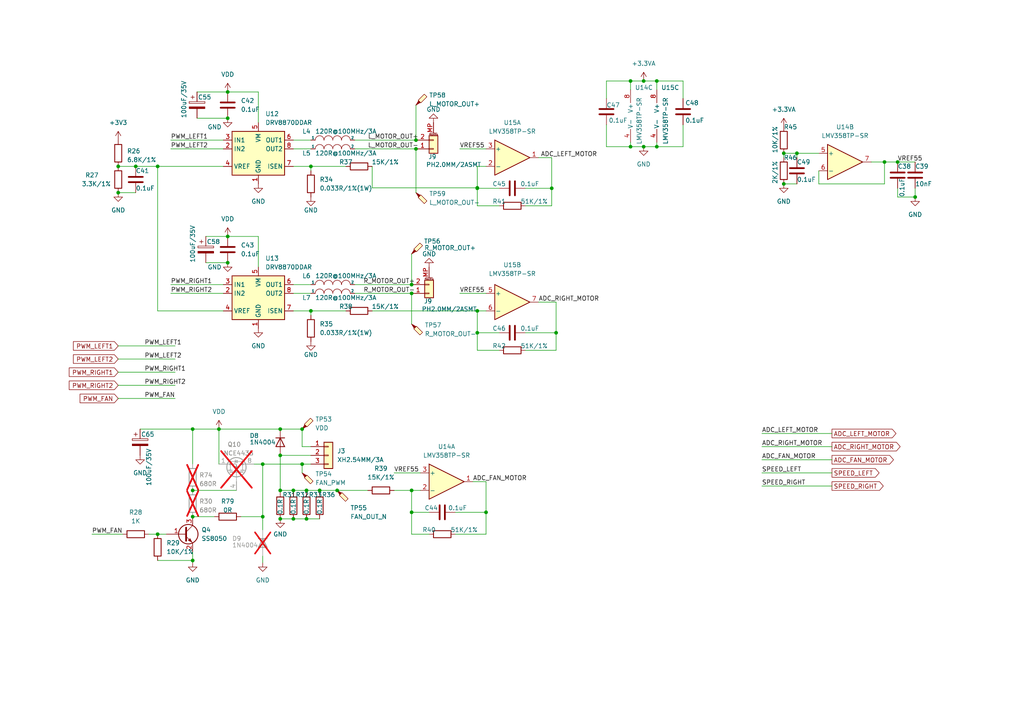
<source format=kicad_sch>
(kicad_sch (version 20230121) (generator eeschema)
  (paper "A4")
  (lib_symbols
    (symbol "Amplifier_Operational:MCP6002-xSN" (pin_names (offset 0.127))
      (property "Reference" "U" (at 0 5.08 0))
      (property "Value" "MCP6002-xSN" (at 0 -5.08 0))
      (symbol "MCP6002-xSN_1_1"
        (polyline (pts (xy -5.08 5.08) (xy 5.08 0) (xy -5.08 -5.08) (xy -5.08 5.08)) (stroke (width 0.254)) (fill (type background)))
        (pin output line (at 7.62 0 180) (length 2.54) (name "~") (number "1"))
        (pin input line (at -7.62 -2.54 0) (length 2.54) (name "-") (number "2"))
        (pin input line (at -7.62 2.54 0) (length 2.54) (name "+") (number "3"))
      )
      (symbol "MCP6002-xSN_2_1"
        (polyline (pts (xy -5.08 5.08) (xy 5.08 0) (xy -5.08 -5.08) (xy -5.08 5.08)) (stroke (width 0.254)) (fill (type background)))
        (pin input line (at -7.62 2.54 0) (length 2.54) (name "+") (number "5"))
        (pin input line (at -7.62 -2.54 0) (length 2.54) (name "-") (number "6"))
        (pin output line (at 7.62 0 180) (length 2.54) (name "~") (number "7"))
      )
      (symbol "MCP6002-xSN_3_1"
        (pin power_in line (at -2.54 -7.62 90) (length 3.81) (name "V-") (number "4"))
        (pin power_in line (at -2.54 7.62 270) (length 3.81) (name "V+") (number "8"))
      )
    )
    (symbol "Connector:TestPoint_Probe" (pin_numbers hide) (pin_names (offset 0.762) hide)
      (property "Reference" "TP" (at 1.651 5.842 0))
      (property "Value" "TestPoint_Probe" (at 1.651 4.064 0))
      (symbol "TestPoint_Probe_0_1"
        (polyline (pts (xy 1.27 0.762) (xy 0 0) (xy 0.762 1.27) (xy 1.27 0.762)) (fill (type outline)))
        (polyline (pts (xy 1.397 0.635) (xy 0.635 1.397) (xy 2.413 3.175) (xy 3.175 2.413) (xy 1.397 0.635)) (fill (type background)))
      )
      (symbol "TestPoint_Probe_1_1"
        (pin passive line (at 0 0 90) (length 0) (name "1") (number "1"))
      )
    )
    (symbol "Connector_Generic:Conn_01x03" (pin_names (offset 1.016) hide)
      (property "Reference" "J" (at 0 5.08 0))
      (property "Value" "Conn_01x03" (at 0 -5.08 0))
      (symbol "Conn_01x03_1_1"
        (rectangle (start -1.27 -2.413) (end 0 -2.667) (stroke (width 0.1524)))
        (rectangle (start -1.27 0.127) (end 0 -0.127) (stroke (width 0.1524)))
        (rectangle (start -1.27 2.667) (end 0 2.413) (stroke (width 0.1524)))
        (rectangle (start -1.27 3.81) (end 1.27 -3.81) (stroke (width 0.254)) (fill (type background)))
        (pin passive line (at -5.08 2.54 0) (length 3.81) (name "Pin_1") (number "1"))
        (pin passive line (at -5.08 0 0) (length 3.81) (name "Pin_2") (number "2"))
        (pin passive line (at -5.08 -2.54 0) (length 3.81) (name "Pin_3") (number "3"))
      )
    )
    (symbol "Connector_Generic_MountingPin:Conn_01x02_MountingPin" (pin_names (offset 1.016) hide)
      (property "Reference" "J" (at 0 2.54 0))
      (property "Value" "Conn_01x02_MountingPin" (at 1.27 -5.08 0))
      (symbol "Conn_01x02_MountingPin_1_1"
        (rectangle (start -1.27 -2.413) (end 0 -2.667) (stroke (width 0.1524)))
        (rectangle (start -1.27 0.127) (end 0 -0.127) (stroke (width 0.1524)))
        (rectangle (start -1.27 1.27) (end 1.27 -3.81) (stroke (width 0.254)) (fill (type background)))
        (polyline (pts (xy -1.016 -4.572) (xy 1.016 -4.572)) (stroke (width 0.1524)))
        (text "Mounting" (at 0 -4.191 0) (effects (font (size 0.381 0.381))))
        (pin passive line (at -5.08 0 0) (length 3.81) (name "Pin_1") (number "1"))
        (pin passive line (at -5.08 -2.54 0) (length 3.81) (name "Pin_2") (number "2"))
        (pin passive line (at 0 -7.62 90) (length 3.048) (name "MountPin") (number "MP"))
      )
    )
    (symbol "Device:C" (pin_numbers hide) (pin_names (offset 0.254))
      (property "Reference" "C" (at 0.635 2.54 0))
      (property "Value" "C" (at 0.635 -2.54 0))
      (symbol "C_0_1"
        (polyline (pts (xy -2.032 -0.762) (xy 2.032 -0.762)) (stroke (width 0.508)))
        (polyline (pts (xy -2.032 0.762) (xy 2.032 0.762)) (stroke (width 0.508)))
      )
      (symbol "C_1_1"
        (pin passive line (at 0 3.81 270) (length 2.794) (name "~") (number "1"))
        (pin passive line (at 0 -3.81 90) (length 2.794) (name "~") (number "2"))
      )
    )
    (symbol "Device:C_Polarized" (pin_numbers hide) (pin_names (offset 0.254))
      (property "Reference" "C" (at 0.635 2.54 0))
      (property "Value" "C_Polarized" (at 0.635 -2.54 0))
      (symbol "C_Polarized_0_1"
        (rectangle (start -2.286 0.508) (end 2.286 1.016))
        (polyline (pts (xy -1.778 2.286) (xy -0.762 2.286)))
        (polyline (pts (xy -1.27 2.794) (xy -1.27 1.778)))
        (rectangle (start 2.286 -0.508) (end -2.286 -1.016) (fill (type outline)))
      )
      (symbol "C_Polarized_1_1"
        (pin passive line (at 0 3.81 270) (length 2.794) (name "~") (number "1"))
        (pin passive line (at 0 -3.81 90) (length 2.794) (name "~") (number "2"))
      )
    )
    (symbol "Device:D" (pin_numbers hide) (pin_names (offset 1.016) hide)
      (property "Reference" "D" (at 0 2.54 0))
      (property "Value" "D" (at 0 -2.54 0))
      (symbol "D_0_1"
        (polyline (pts (xy -1.27 1.27) (xy -1.27 -1.27)) (stroke (width 0.254)))
        (polyline (pts (xy 1.27 0) (xy -1.27 0)))
        (polyline (pts (xy 1.27 1.27) (xy 1.27 -1.27) (xy -1.27 0) (xy 1.27 1.27)) (stroke (width 0.254)))
      )
      (symbol "D_1_1"
        (pin passive line (at -3.81 0 0) (length 2.54) (name "K") (number "1"))
        (pin passive line (at 3.81 0 180) (length 2.54) (name "A") (number "2"))
      )
    )
    (symbol "Device:Q_NPN_BEC" (pin_names (offset 0) hide)
      (property "Reference" "Q" (at 5.08 1.27 0))
      (property "Value" "Q_NPN_BEC" (at 5.08 -1.27 0))
      (symbol "Q_NPN_BEC_0_1"
        (polyline (pts (xy 0.635 0.635) (xy 2.54 2.54)))
        (polyline (pts (xy 0.635 -0.635) (xy 2.54 -2.54) (xy 2.54 -2.54)))
        (polyline (pts (xy 0.635 1.905) (xy 0.635 -1.905) (xy 0.635 -1.905)) (stroke (width 0.508)))
        (polyline (pts (xy 1.27 -1.778) (xy 1.778 -1.27) (xy 2.286 -2.286) (xy 1.27 -1.778) (xy 1.27 -1.778)) (fill (type outline)))
        (circle (center 1.27 0) (radius 2.8194) (stroke (width 0.254)))
      )
      (symbol "Q_NPN_BEC_1_1"
        (pin input line (at -5.08 0 0) (length 5.715) (name "B") (number "1"))
        (pin passive line (at 2.54 -5.08 90) (length 2.54) (name "E") (number "2"))
        (pin passive line (at 2.54 5.08 270) (length 2.54) (name "C") (number "3"))
      )
    )
    (symbol "Device:R" (pin_numbers hide) (pin_names (offset 0))
      (property "Reference" "R" (at 2.032 0 90))
      (property "Value" "R" (at 0 0 90))
      (symbol "R_0_1"
        (rectangle (start -1.016 -2.54) (end 1.016 2.54) (stroke (width 0.254)))
      )
      (symbol "R_1_1"
        (pin passive line (at 0 3.81 270) (length 1.27) (name "~") (number "1"))
        (pin passive line (at 0 -3.81 90) (length 1.27) (name "~") (number "2"))
      )
    )
    (symbol "Driver_Motor:DRV8870DDA"
      (property "Reference" "U" (at -6.35 6.35 0))
      (property "Value" "DRV8870DDA" (at 8.89 6.35 0))
      (symbol "DRV8870DDA_0_1"
        (rectangle (start -7.62 5.08) (end 7.62 -7.62) (stroke (width 0.254)) (fill (type background)))
      )
      (symbol "DRV8870DDA_1_1"
        (pin power_in line (at 0 -10.16 90) (length 2.54) (name "GND") (number "1"))
        (pin input line (at -10.16 0 0) (length 2.54) (name "IN2") (number "2"))
        (pin input line (at -10.16 2.54 0) (length 2.54) (name "IN1") (number "3"))
        (pin input line (at -10.16 -5.08 0) (length 2.54) (name "VREF") (number "4"))
        (pin power_in line (at 0 7.62 270) (length 2.54) (name "VM") (number "5"))
        (pin output line (at 10.16 2.54 180) (length 2.54) (name "OUT1") (number "6"))
        (pin passive line (at 10.16 -5.08 180) (length 2.54) (name "ISEN") (number "7"))
        (pin output line (at 10.16 0 180) (length 2.54) (name "OUT2") (number "8"))
        (pin passive line (at 0 -10.16 90) (length 2.54) hide (name "GND") (number "9"))
      )
    )
    (symbol "GND_1" (power) (pin_names (offset 0))
      (property "Value" "GND_1" (at 0 -3.81 0))
      (symbol "GND_1_0_1"
        (polyline (pts (xy 0 0) (xy 0 -1.27) (xy 1.27 -1.27) (xy 0 -2.54) (xy -1.27 -1.27) (xy 0 -1.27)))
      )
      (symbol "GND_1_1_1"
        (pin power_in line (at 0 0 270) (length 0) hide (name "GND") (number "1"))
      )
    )
    (symbol "Transistor_FET:FDS9435A" (pin_names hide)
      (property "Reference" "Q" (at 5.08 1.905 0))
      (property "Value" "FDS9435A" (at 5.08 0 0))
      (symbol "FDS9435A_0_1"
        (polyline (pts (xy 0.254 0) (xy -2.54 0)))
        (polyline (pts (xy 0.254 1.905) (xy 0.254 -1.905)) (stroke (width 0.254)))
        (polyline (pts (xy 0.762 -1.27) (xy 0.762 -2.286)) (stroke (width 0.254)))
        (polyline (pts (xy 0.762 0.508) (xy 0.762 -0.508)) (stroke (width 0.254)))
        (polyline (pts (xy 0.762 2.286) (xy 0.762 1.27)) (stroke (width 0.254)))
        (polyline (pts (xy 2.54 2.54) (xy 2.54 1.778)))
        (polyline (pts (xy 2.54 -2.54) (xy 2.54 0) (xy 0.762 0)))
        (polyline (pts (xy 0.762 1.778) (xy 3.302 1.778) (xy 3.302 -1.778) (xy 0.762 -1.778)))
        (polyline (pts (xy 2.286 0) (xy 1.27 0.381) (xy 1.27 -0.381) (xy 2.286 0)) (fill (type outline)))
        (polyline (pts (xy 2.794 -0.508) (xy 2.921 -0.381) (xy 3.683 -0.381) (xy 3.81 -0.254)))
        (polyline (pts (xy 3.302 -0.381) (xy 2.921 0.254) (xy 3.683 0.254) (xy 3.302 -0.381)))
        (circle (center 1.651 0) (radius 2.794) (stroke (width 0.254)))
        (circle (center 2.54 -1.778) (radius 0.254) (fill (type outline)))
        (circle (center 2.54 1.778) (radius 0.254) (fill (type outline)))
      )
      (symbol "FDS9435A_1_1"
        (pin passive line (at 2.54 -5.08 90) (length 2.54) (name "S") (number "1"))
        (pin passive line (at 2.54 -5.08 90) (length 2.54) hide (name "S") (number "2"))
        (pin passive line (at 2.54 -5.08 90) (length 2.54) hide (name "S") (number "3"))
        (pin passive line (at -5.08 0 0) (length 2.54) (name "G") (number "4"))
        (pin passive line (at 2.54 5.08 270) (length 2.54) hide (name "D") (number "5"))
        (pin passive line (at 2.54 5.08 270) (length 2.54) hide (name "D") (number "6"))
        (pin passive line (at 2.54 5.08 270) (length 2.54) hide (name "D") (number "7"))
        (pin passive line (at 2.54 5.08 270) (length 2.54) (name "D") (number "8"))
      )
    )
    (symbol "power:+3.3VA" (power) (pin_names (offset 0))
      (property "Value" "+3.3VA" (at 0 3.556 0))
      (symbol "+3.3VA_0_1"
        (polyline (pts (xy -0.762 1.27) (xy 0 2.54)))
        (polyline (pts (xy 0 0) (xy 0 2.54)))
        (polyline (pts (xy 0 2.54) (xy 0.762 1.27)))
      )
      (symbol "+3.3VA_1_1"
        (pin power_in line (at 0 0 90) (length 0) hide (name "+3.3VA") (number "1"))
      )
    )
    (symbol "power:+3V3" (power) (pin_names (offset 0))
      (property "Value" "+3V3" (at 0 3.556 0))
      (symbol "+3V3_0_1"
        (polyline (pts (xy -0.762 1.27) (xy 0 2.54)))
        (polyline (pts (xy 0 0) (xy 0 2.54)))
        (polyline (pts (xy 0 2.54) (xy 0.762 1.27)))
      )
      (symbol "+3V3_1_1"
        (pin power_in line (at 0 0 90) (length 0) hide (name "+3V3") (number "1"))
      )
    )
    (symbol "power:GND" (power) (pin_names (offset 0))
      (property "Value" "GND" (at 0 -3.81 0))
      (symbol "GND_0_1"
        (polyline (pts (xy 0 0) (xy 0 -1.27) (xy 1.27 -1.27) (xy 0 -2.54) (xy -1.27 -1.27) (xy 0 -1.27)))
      )
      (symbol "GND_1_1"
        (pin power_in line (at 0 0 270) (length 0) hide (name "GND") (number "1"))
      )
    )
    (symbol "power:VDD" (power) (pin_names (offset 0))
      (property "Value" "VDD" (at 0 3.81 0))
      (symbol "VDD_0_1"
        (polyline (pts (xy -0.762 1.27) (xy 0 2.54)))
        (polyline (pts (xy 0 0) (xy 0 2.54)))
        (polyline (pts (xy 0 2.54) (xy 0.762 1.27)))
      )
      (symbol "VDD_1_1"
        (pin power_in line (at 0 0 90) (length 0) hide (name "VDD") (number "1"))
      )
    )
    (symbol "pspice:INDUCTOR" (pin_numbers hide) (pin_names (offset 0))
      (property "Reference" "L" (at 0 2.54 0))
      (property "Value" "INDUCTOR" (at 0 -1.27 0))
      (symbol "INDUCTOR_0_1"
        (arc (start -2.54 0) (mid -3.81 1.2645) (end -5.08 0))
        (arc (start 0 0) (mid -1.27 1.2645) (end -2.54 0))
        (arc (start 2.54 0) (mid 1.27 1.2645) (end 0 0))
        (arc (start 5.08 0) (mid 3.81 1.2645) (end 2.54 0))
      )
      (symbol "INDUCTOR_1_1"
        (pin input line (at -6.35 0 0) (length 1.27) (name "1") (number "1"))
        (pin input line (at 6.35 0 180) (length 1.27) (name "2") (number "2"))
      )
    )
  )
  (junction (at 39.37 48.26))
  (junction (at 90.17 48.26))
  (junction (at 66.04 68.58))
  (junction (at 140.97 148.59))
  (junction (at 88.9 150.495))
  (junction (at 97.79 142.24))
  (junction (at 186.69 23.495))
  (junction (at 138.43 54.61))
  (junction (at 88.9 142.24))
  (junction (at 256.54 46.99))
  (junction (at 85.09 150.495))
  (junction (at 120.65 43.18))
  (junction (at 45.72 48.26))
  (junction (at 81.28 150.495))
  (junction (at 55.88 149.86))
  (junction (at 138.43 90.17))
  (junction (at 138.43 54.483))
  (junction (at 160.02 54.61))
  (junction (at 76.2 149.86))
  (junction (at 119.38 148.59))
  (junction (at 85.09 142.24))
  (junction (at 76.2 134.62))
  (junction (at 182.88 23.495))
  (junction (at 81.28 124.46))
  (junction (at 55.88 162.56))
  (junction (at 45.72 154.94))
  (junction (at 55.88 142.24))
  (junction (at 190.5 42.545))
  (junction (at 161.29 96.52))
  (junction (at 63.5 124.46))
  (junction (at 119.38 82.55))
  (junction (at 34.29 48.26))
  (junction (at 231.14 44.45))
  (junction (at 119.38 142.24))
  (junction (at 265.43 57.15))
  (junction (at 87.63 134.62))
  (junction (at 227.33 53.34))
  (junction (at 227.33 44.45))
  (junction (at 138.43 96.52))
  (junction (at 260.35 46.99))
  (junction (at 81.28 132.08))
  (junction (at 34.29 55.88))
  (junction (at 87.63 124.46))
  (junction (at 55.88 124.46))
  (junction (at 182.88 42.545))
  (junction (at 186.69 42.545))
  (junction (at 90.17 90.17))
  (junction (at 92.71 142.24))
  (junction (at 190.5 23.495))
  (junction (at 81.28 142.24))
  (junction (at 120.65 40.64))
  (junction (at 66.04 76.2))
  (junction (at 66.04 26.67))
  (junction (at 66.04 34.29))
  (junction (at 119.38 85.09))
  (wire (pts (xy 87.63 137.16) (xy 87.63 134.62)))
  (wire (pts (xy 138.43 96.52) (xy 138.43 90.17)))
  (wire (pts (xy 85.09 142.24) (xy 85.09 142.875)))
  (wire (pts (xy 220.98 133.35) (xy 241.3 133.35)))
  (wire (pts (xy 138.43 59.69) (xy 138.43 54.61)))
  (wire (pts (xy 119.38 142.24) (xy 119.38 148.59)))
  (wire (pts (xy 132.08 154.94) (xy 140.97 154.94)))
  (wire (pts (xy 69.85 149.86) (xy 76.2 149.86)))
  (wire (pts (xy 64.77 90.17) (xy 45.72 90.17)))
  (wire (pts (xy 88.9 142.24) (xy 92.71 142.24)))
  (wire (pts (xy 119.38 73.66) (xy 119.38 82.55)))
  (wire (pts (xy 119.38 148.59) (xy 124.46 148.59)))
  (wire (pts (xy 87.63 124.46) (xy 81.28 124.46)))
  (wire (pts (xy 55.88 124.46) (xy 63.5 124.46)))
  (wire (pts (xy 102.87 43.18) (xy 120.65 43.18)))
  (wire (pts (xy 160.02 45.72) (xy 156.21 45.72)))
  (wire (pts (xy 76.2 163.195) (xy 76.2 161.29)))
  (wire (pts (xy 92.71 142.24) (xy 97.79 142.24)))
  (wire (pts (xy 260.35 57.15) (xy 265.43 57.15)))
  (wire (pts (xy 175.895 36.195) (xy 175.895 42.545)))
  (wire (pts (xy 265.43 54.61) (xy 265.43 57.15)))
  (wire (pts (xy 40.64 124.46) (xy 55.88 124.46)))
  (wire (pts (xy 49.53 40.64) (xy 64.77 40.64)))
  (wire (pts (xy 114.3 137.16) (xy 121.92 137.16)))
  (wire (pts (xy 182.88 23.495) (xy 186.69 23.495)))
  (wire (pts (xy 260.35 54.61) (xy 260.35 57.15)))
  (wire (pts (xy 152.4 54.61) (xy 160.02 54.61)))
  (wire (pts (xy 120.65 30.48) (xy 120.65 40.64)))
  (wire (pts (xy 140.97 139.7) (xy 137.16 139.7)))
  (wire (pts (xy 66.04 26.67) (xy 74.93 26.67)))
  (wire (pts (xy 132.08 148.59) (xy 140.97 148.59)))
  (wire (pts (xy 107.95 54.483) (xy 107.95 48.26)))
  (wire (pts (xy 74.93 68.58) (xy 74.93 77.47)))
  (wire (pts (xy 220.98 129.54) (xy 241.3 129.54)))
  (wire (pts (xy 138.43 90.17) (xy 140.97 90.17)))
  (wire (pts (xy 34.29 55.88) (xy 39.37 55.88)))
  (wire (pts (xy 76.2 134.62) (xy 76.2 149.86)))
  (wire (pts (xy 85.09 85.09) (xy 90.17 85.09)))
  (wire (pts (xy 160.02 59.69) (xy 160.02 54.61)))
  (wire (pts (xy 256.54 46.99) (xy 260.35 46.99)))
  (wire (pts (xy 45.72 48.26) (xy 45.72 90.17)))
  (wire (pts (xy 107.95 90.17) (xy 138.43 90.17)))
  (wire (pts (xy 119.38 85.09) (xy 119.38 93.98)))
  (wire (pts (xy 182.88 23.495) (xy 182.88 26.035)))
  (wire (pts (xy 87.63 129.54) (xy 87.63 124.46)))
  (wire (pts (xy 198.12 23.495) (xy 190.5 23.495)))
  (wire (pts (xy 175.895 42.545) (xy 182.88 42.545)))
  (wire (pts (xy 49.53 43.18) (xy 64.77 43.18)))
  (wire (pts (xy 85.09 142.24) (xy 88.9 142.24)))
  (wire (pts (xy 39.37 48.26) (xy 45.72 48.26)))
  (wire (pts (xy 85.09 43.18) (xy 90.17 43.18)))
  (wire (pts (xy 55.88 124.46) (xy 55.88 134.62)))
  (wire (pts (xy 144.78 59.69) (xy 138.43 59.69)))
  (wire (pts (xy 133.35 85.09) (xy 140.97 85.09)))
  (wire (pts (xy 152.4 101.6) (xy 161.29 101.6)))
  (wire (pts (xy 55.88 160.02) (xy 55.88 162.56)))
  (wire (pts (xy 237.49 53.34) (xy 256.54 53.34)))
  (wire (pts (xy 124.46 154.94) (xy 119.38 154.94)))
  (wire (pts (xy 190.5 42.545) (xy 198.12 42.545)))
  (wire (pts (xy 81.28 150.495) (xy 85.09 150.495)))
  (wire (pts (xy 186.69 23.495) (xy 190.5 23.495)))
  (wire (pts (xy 74.93 26.67) (xy 74.93 35.56)))
  (wire (pts (xy 138.43 101.6) (xy 138.43 96.52)))
  (wire (pts (xy 220.98 125.73) (xy 241.3 125.73)))
  (wire (pts (xy 175.895 23.495) (xy 182.88 23.495)))
  (wire (pts (xy 190.5 42.545) (xy 186.69 42.545)))
  (wire (pts (xy 190.5 41.275) (xy 190.5 42.545)))
  (wire (pts (xy 88.9 142.24) (xy 88.9 142.875)))
  (wire (pts (xy 133.35 43.18) (xy 140.97 43.18)))
  (wire (pts (xy 102.87 82.55) (xy 119.38 82.55)))
  (wire (pts (xy 120.65 43.18) (xy 120.65 55.88)))
  (wire (pts (xy 161.29 87.63) (xy 156.21 87.63)))
  (wire (pts (xy 85.09 40.64) (xy 90.17 40.64)))
  (wire (pts (xy 107.95 54.483) (xy 138.43 54.483)))
  (wire (pts (xy 81.28 142.24) (xy 85.09 142.24)))
  (wire (pts (xy 34.29 104.14) (xy 50.8 104.14)))
  (wire (pts (xy 55.88 149.86) (xy 62.23 149.86)))
  (wire (pts (xy 198.12 42.545) (xy 198.12 36.195)))
  (wire (pts (xy 90.17 48.26) (xy 100.33 48.26)))
  (wire (pts (xy 237.49 49.53) (xy 237.49 53.34)))
  (wire (pts (xy 90.17 49.53) (xy 90.17 48.26)))
  (wire (pts (xy 161.29 101.6) (xy 161.29 96.52)))
  (wire (pts (xy 138.43 54.61) (xy 138.43 54.483)))
  (wire (pts (xy 182.88 42.545) (xy 182.88 41.275)))
  (wire (pts (xy 190.5 26.035) (xy 190.5 23.495)))
  (wire (pts (xy 97.79 142.24) (xy 106.68 142.24)))
  (wire (pts (xy 138.43 96.52) (xy 144.78 96.52)))
  (wire (pts (xy 87.63 134.62) (xy 90.17 134.62)))
  (wire (pts (xy 138.43 54.483) (xy 138.43 48.26)))
  (wire (pts (xy 57.15 26.67) (xy 66.04 26.67)))
  (wire (pts (xy 90.17 91.44) (xy 90.17 90.17)))
  (wire (pts (xy 81.28 142.24) (xy 81.28 142.875)))
  (wire (pts (xy 45.72 162.56) (xy 55.88 162.56)))
  (wire (pts (xy 85.09 48.26) (xy 90.17 48.26)))
  (wire (pts (xy 256.54 53.34) (xy 256.54 46.99)))
  (wire (pts (xy 231.14 44.45) (xy 231.14 45.72)))
  (wire (pts (xy 227.33 53.34) (xy 231.14 53.34)))
  (wire (pts (xy 140.97 154.94) (xy 140.97 148.59)))
  (wire (pts (xy 81.28 132.08) (xy 90.17 132.08)))
  (wire (pts (xy 59.69 68.58) (xy 66.04 68.58)))
  (wire (pts (xy 152.4 59.69) (xy 160.02 59.69)))
  (wire (pts (xy 34.29 100.33) (xy 50.8 100.33)))
  (wire (pts (xy 88.9 150.495) (xy 92.71 150.495)))
  (wire (pts (xy 256.54 46.99) (xy 252.73 46.99)))
  (wire (pts (xy 45.72 48.26) (xy 64.77 48.26)))
  (wire (pts (xy 160.02 54.61) (xy 160.02 45.72)))
  (wire (pts (xy 76.2 149.86) (xy 76.2 153.67)))
  (wire (pts (xy 260.35 46.99) (xy 265.43 46.99)))
  (wire (pts (xy 76.2 134.62) (xy 87.63 134.62)))
  (wire (pts (xy 227.33 45.72) (xy 227.33 44.45)))
  (wire (pts (xy 85.09 150.495) (xy 88.9 150.495)))
  (wire (pts (xy 85.09 90.17) (xy 90.17 90.17)))
  (wire (pts (xy 57.15 34.29) (xy 66.04 34.29)))
  (wire (pts (xy 49.53 82.55) (xy 64.77 82.55)))
  (wire (pts (xy 138.43 48.26) (xy 140.97 48.26)))
  (wire (pts (xy 119.38 148.59) (xy 119.38 154.94)))
  (wire (pts (xy 90.17 90.17) (xy 100.33 90.17)))
  (wire (pts (xy 45.72 154.94) (xy 48.26 154.94)))
  (wire (pts (xy 161.29 96.52) (xy 161.29 87.63)))
  (wire (pts (xy 220.98 137.16) (xy 241.3 137.16)))
  (wire (pts (xy 152.4 96.52) (xy 161.29 96.52)))
  (wire (pts (xy 34.29 111.76) (xy 50.8 111.76)))
  (wire (pts (xy 140.97 148.59) (xy 140.97 139.7)))
  (wire (pts (xy 63.5 124.46) (xy 81.28 124.46)))
  (wire (pts (xy 34.29 107.95) (xy 50.8 107.95)))
  (wire (pts (xy 102.87 40.64) (xy 120.65 40.64)))
  (wire (pts (xy 73.66 134.62) (xy 76.2 134.62)))
  (wire (pts (xy 231.14 44.45) (xy 237.49 44.45)))
  (wire (pts (xy 87.63 129.54) (xy 90.17 129.54)))
  (wire (pts (xy 34.29 115.57) (xy 50.8 115.57)))
  (wire (pts (xy 175.895 28.575) (xy 175.895 23.495)))
  (wire (pts (xy 34.29 48.26) (xy 39.37 48.26)))
  (wire (pts (xy 26.67 154.94) (xy 35.56 154.94)))
  (wire (pts (xy 55.88 163.195) (xy 55.88 162.56)))
  (wire (pts (xy 55.88 142.24) (xy 68.58 142.24)))
  (wire (pts (xy 119.38 142.24) (xy 121.92 142.24)))
  (wire (pts (xy 92.71 142.24) (xy 92.71 142.875)))
  (wire (pts (xy 220.98 140.97) (xy 241.3 140.97)))
  (wire (pts (xy 186.69 42.545) (xy 182.88 42.545)))
  (wire (pts (xy 144.78 101.6) (xy 138.43 101.6)))
  (wire (pts (xy 85.09 82.55) (xy 90.17 82.55)))
  (wire (pts (xy 144.78 54.61) (xy 138.43 54.61)))
  (wire (pts (xy 81.28 132.08) (xy 81.28 142.24)))
  (wire (pts (xy 59.69 76.2) (xy 66.04 76.2)))
  (wire (pts (xy 66.04 68.58) (xy 74.93 68.58)))
  (wire (pts (xy 114.3 142.24) (xy 119.38 142.24)))
  (wire (pts (xy 43.18 154.94) (xy 45.72 154.94)))
  (wire (pts (xy 102.87 85.09) (xy 119.38 85.09)))
  (wire (pts (xy 198.12 28.575) (xy 198.12 23.495)))
  (wire (pts (xy 63.5 124.46) (xy 63.5 134.62)))
  (wire (pts (xy 49.53 85.09) (xy 64.77 85.09)))
  (wire (pts (xy 227.33 44.45) (xy 231.14 44.45)))
  (label "VREF55" (at 114.3 137.16 0))
  (label "R_MOTOR_OUT+" (at 105.41 82.55 0))
  (label "ADC_RIGHT_MOTOR" (at 156.21 87.63 0))
  (label "VREF55" (at 133.35 43.18 0))
  (label "ADC_FAN_MOTOR" (at 137.16 139.7 0))
  (label "PWM_LEFT2" (at 41.91 104.14 0))
  (label "ADC_RIGHT_MOTOR" (at 220.98 129.54 0))
  (label "L_MOTOR_OUT+" (at 106.68 40.64 0))
  (label "SPEED_LEFT" (at 220.98 137.16 0))
  (label "VREF55" (at 260.35 46.99 0))
  (label "VREF55" (at 133.35 85.09 0))
  (label "PWM_FAN" (at 41.91 115.57 0))
  (label "SPEED_RIGHT" (at 220.98 140.97 0))
  (label "PWM_LEFT1" (at 49.53 40.64 0))
  (label "PWM_RIGHT2" (at 41.91 111.76 0))
  (label "ADC_FAN_MOTOR" (at 220.98 133.35 0))
  (label "PWM_RIGHT1" (at 49.53 82.55 0))
  (label "PWM_LEFT1" (at 41.91 100.33 0))
  (label "L_MOTOR_OUT-" (at 106.68 43.18 0))
  (label "R_MOTOR_OUT-" (at 105.41 85.09 0))
  (label "PWM_LEFT2" (at 49.53 43.18 0))
  (label "ADC_LEFT_MOTOR" (at 156.845 45.72 0))
  (label "PWM_RIGHT1" (at 41.91 107.95 0))
  (label "PWM_RIGHT2" (at 49.53 85.09 0))
  (label "PWM_FAN" (at 26.67 154.94 0))
  (label "ADC_LEFT_MOTOR" (at 220.98 125.73 0))
  (global_label "PWM_FAN" (shape input) (at 34.29 115.57 180) (property "Intersheetrefs" "${INTERSHEET_REFS}" (effects hide)))
  (global_label "ADC_FAN_MOTOR" (shape output) (at 241.3 133.35 0) (property "Intersheetrefs" "${INTERSHEET_REFS}" (effects hide)))
  (global_label "PWM_RIGHT2" (shape input) (at 34.29 111.76 180) (property "Intersheetrefs" "${INTERSHEET_REFS}" (effects hide)))
  (global_label "ADC_LEFT_MOTOR" (shape output) (at 241.3 125.73 0) (property "Intersheetrefs" "${INTERSHEET_REFS}" (effects hide)))
  (global_label "PWM_LEFT2" (shape input) (at 34.29 104.14 180) (property "Intersheetrefs" "${INTERSHEET_REFS}" (effects hide)))
  (global_label "ADC_RIGHT_MOTOR" (shape output) (at 241.3 129.54 0) (property "Intersheetrefs" "${INTERSHEET_REFS}" (effects hide)))
  (global_label "SPEED_LEFT" (shape output) (at 241.3 137.16 0) (property "Intersheetrefs" "${INTERSHEET_REFS}" (effects hide)))
  (global_label "PWM_RIGHT1" (shape input) (at 34.29 107.95 180) (property "Intersheetrefs" "${INTERSHEET_REFS}" (effects hide)))
  (global_label "SPEED_RIGHT" (shape output) (at 241.3 140.97 0) (property "Intersheetrefs" "${INTERSHEET_REFS}" (effects hide)))
  (global_label "PWM_LEFT1" (shape input) (at 34.29 100.33 180) (property "Intersheetrefs" "${INTERSHEET_REFS}" (effects hide)))
  (symbol (lib_id "Connector_Generic_MountingPin:Conn_01x02_MountingPin") (at 125.73 43.18 0) (mirror x) (unit 1)
    (property "Reference" "J9" (at 124.206 45.466 0) (effects (justify left)))
    (property "Value" "PH2.0MM/2ASMT" (at 123.571 47.752 0) (effects (justify left)))
    (property "Footprint" "Ovo_Connector_JST:JST_PH_B2B-PH-SM4-TB_1x02-1MP_P2.00mm_Vertical" (effects hide))
    (instances (project "cleanrobot-square-main" (path "" (reference "J9") (unit 1)) (path "" (reference "J4") (unit 1))))
  )
  (symbol (lib_id "Device:C") (at 66.04 72.39 0) (unit 1)
    (property "Reference" "C43" (at 69.85 71.1199 0) (effects (justify left)))
    (property "Value" "0.1uF" (at 69.85 73.6599 0) (effects (justify left)))
    (property "Footprint" "Capacitor_SMD:C_0603_1608Metric" (effects hide))
  )
  (symbol (lib_id "Device:C") (at 148.59 96.52 90) (unit 1)
    (property "Reference" "C46" (at 144.78 95.25 90))
    (property "Value" "0.1uF" (at 153.67 95.25 90))
    (property "Footprint" "Capacitor_SMD:C_0603_1608Metric" (effects hide))
  )
  (symbol (lib_id "Device:C") (at 231.14 49.53 0) (unit 1)
    (property "Reference" "C49" (at 231.14 46.99 0) (effects (justify left)))
    (property "Value" "0.1uF" (at 231.14 52.07 0) (effects (justify left)))
    (property "Footprint" "Capacitor_SMD:C_0603_1608Metric" (effects hide))
  )
  (symbol (lib_id "Connector:TestPoint_Probe") (at 120.65 30.48 0) (unit 1)
    (property "Reference" "TP58" (at 124.46 27.6224 0) (effects (justify left)))
    (property "Value" "L_MOTOR_OUT+" (at 124.46 30.1624 0) (effects (justify left)))
    (property "Footprint" "TestPoint:TestPoint_Pad_D1.5mm" (effects hide))
  )
  (symbol (lib_id "Amplifier_Operational:MCP6002-xSN") (at 148.59 45.72 0) (unit 1)
    (property "Reference" "U15" (at 148.59 35.56 0))
    (property "Value" "LMV358TP-SR" (at 148.59 38.1 0))
    (property "Footprint" "Package_SO:SOIC-8_3.9x4.9mm_P1.27mm" (effects hide))
    (property "Datasheet" "http://ww1.microchip.com/downloads/en/DeviceDoc/21733j.pdf" (effects hide))
  )
  (symbol (lib_id "Device:D") (at 76.2 157.48 270) (unit 1) (in_bom no) (dnp yes)
    (property "Reference" "D9" (at 67.31 156.21 90) (effects (justify left)))
    (property "Value" "1N4004" (at 67.31 158.115 90) (effects (justify left)))
    (property "Footprint" "Diode_SMD:D_SMA" (effects hide))
  )
  (symbol (lib_id "Connector:TestPoint_Probe") (at 119.38 93.98 270) (unit 1)
    (property "Reference" "TP57" (at 123.19 94.2974 90) (effects (justify left)))
    (property "Value" "R_MOTOR_OUT-" (at 123.19 96.8374 90) (effects (justify left)))
    (property "Footprint" "TestPoint:TestPoint_Pad_D1.5mm" (effects hide))
  )
  (symbol (lib_id "Device:R") (at 45.72 158.75 180) (unit 1)
    (property "Reference" "R29" (at 48.26 157.4799 0) (effects (justify right)))
    (property "Value" "10K/1%" (at 48.26 160.0199 0) (effects (justify right)))
    (property "Footprint" "Resistor_SMD:R_0603_1608Metric" (effects hide))
  )
  (symbol (lib_id "Device:C") (at 175.895 32.385 0) (unit 1)
    (property "Reference" "C47" (at 175.895 30.48 0) (effects (justify left)))
    (property "Value" "0.1uF" (at 176.53 34.925 0) (effects (justify left)))
    (property "Footprint" "Capacitor_SMD:C_0603_1608Metric" (effects hide))
  )
  (symbol (lib_id "Device:R") (at 227.33 49.53 0) (unit 1)
    (property "Reference" "R46" (at 227.33 45.72 0) (effects (justify left)))
    (property "Value" "2K/1%" (at 224.79 53.34 90) (effects (justify left)))
    (property "Footprint" "Resistor_SMD:R_0603_1608Metric" (effects hide))
  )
  (symbol (lib_id "Device:R") (at 66.04 149.86 90) (unit 1)
    (property "Reference" "R79" (at 66.04 145.415 90))
    (property "Value" "0R" (at 66.04 147.955 90))
    (property "Footprint" "Resistor_SMD:R_0603_1608Metric" (effects hide))
  )
  (symbol (lib_id "power:GND") (at 74.93 53.34 0) (unit 1)
    (property "Reference" "#PWR0161" (effects hide))
    (property "Value" "GND" (at 74.93 58.42 0))
  )
  (symbol (lib_id "Device:R") (at 110.49 142.24 90) (unit 1)
    (property "Reference" "R39" (at 110.49 135.89 90))
    (property "Value" "15K/1%" (at 110.49 138.43 90))
    (property "Footprint" "Resistor_SMD:R_0603_1608Metric" (effects hide))
  )
  (symbol (lib_id "Device:R") (at 90.17 95.25 0) (unit 1)
    (property "Reference" "R35" (at 92.71 93.9799 0) (effects (justify left)))
    (property "Value" "0.033R/1%(1W)" (at 92.71 96.5199 0) (effects (justify left)))
    (property "Footprint" "Resistor_SMD:R_1206_3216Metric" (effects hide))
  )
  (symbol (lib_id "Amplifier_Operational:MCP6002-xSN") (at 148.59 87.63 0) (unit 2)
    (property "Reference" "U15" (at 148.59 76.835 0))
    (property "Value" "LMV358TP-SR" (at 148.59 79.375 0))
    (property "Footprint" "Package_SO:SOIC-8_3.9x4.9mm_P1.27mm" (effects hide))
    (property "Datasheet" "http://ww1.microchip.com/downloads/en/DeviceDoc/21733j.pdf" (effects hide))
  )
  (symbol (lib_id "power:GND") (at 55.88 163.195 0) (unit 1)
    (property "Reference" "#PWR0164" (effects hide))
    (property "Value" "GND" (at 55.88 168.275 0))
  )
  (symbol (lib_id "Driver_Motor:DRV8870DDA") (at 74.93 85.09 0) (unit 1)
    (property "Reference" "U13" (at 76.9494 74.93 0) (effects (justify left)))
    (property "Value" "DRV8870DDAR" (at 76.9494 77.47 0) (effects (justify left)))
    (property "Footprint" "Package_SO:Texas_HTSOP-8-1EP_3.9x4.9mm_P1.27mm_EP2.95x4.9mm_Mask2.4x3.1mm_ThermalVias" (effects hide))
    (property "Datasheet" "http://www.ti.com/lit/ds/symlink/drv8870.pdf" (effects hide))
  )
  (symbol (lib_id "power:+3V3") (at 34.29 40.64 0) (unit 1)
    (property "Reference" "#PWR0183" (effects hide))
    (property "Value" "+3V3" (at 34.29 35.56 0))
  )
  (symbol (lib_id "Amplifier_Operational:MCP6002-xSN") (at 129.54 139.7 0) (unit 1)
    (property "Reference" "U14" (at 129.54 129.54 0))
    (property "Value" "LMV358TP-SR" (at 129.54 132.08 0))
    (property "Footprint" "Package_SO:SOIC-8_3.9x4.9mm_P1.27mm" (effects hide))
    (property "Datasheet" "http://ww1.microchip.com/downloads/en/DeviceDoc/21733j.pdf" (effects hide))
  )
  (symbol (lib_id "power:GND") (at 186.69 42.545 0) (unit 1)
    (property "Reference" "#PWR0169" (effects hide))
    (property "Value" "GND" (at 186.69 47.625 0))
  )
  (symbol (lib_id "power:GND") (at 34.29 55.88 0) (unit 1)
    (property "Reference" "#PWR0184" (effects hide))
    (property "Value" "GND" (at 34.29 60.96 0))
  )
  (symbol (lib_id "Driver_Motor:DRV8870DDA") (at 74.93 43.18 0) (unit 1)
    (property "Reference" "U12" (at 76.9494 33.02 0) (effects (justify left)))
    (property "Value" "DRV8870DDAR" (at 76.9494 35.56 0) (effects (justify left)))
    (property "Footprint" "Package_SO:Texas_HTSOP-8-1EP_3.9x4.9mm_P1.27mm_EP2.95x4.9mm_Mask2.4x3.1mm_ThermalVias" (effects hide))
    (property "Datasheet" "http://www.ti.com/lit/ds/symlink/drv8870.pdf" (effects hide))
  )
  (symbol (lib_id "Device:R") (at 104.14 48.26 90) (unit 1)
    (property "Reference" "R37" (at 100.33 46.99 90))
    (property "Value" "15K/1%" (at 111.76 46.99 90))
    (property "Footprint" "Resistor_SMD:R_0603_1608Metric" (effects hide))
  )
  (symbol (lib_id "power:GND") (at 66.04 34.29 0) (unit 1)
    (property "Reference" "#PWR0173" (effects hide))
    (property "Value" "GND" (at 62.23 36.83 0))
  )
  (symbol (lib_id "Device:C_Polarized") (at 57.15 30.48 0) (unit 1)
    (property "Reference" "C55" (at 57.404 28.194 0) (effects (justify left)))
    (property "Value" "100uF/35V" (at 53.34 34.29 90) (effects (justify left)))
    (property "Footprint" "Capacitor_SMD:CP_Elec_6.3x5.4" (effects hide))
  )
  (symbol (lib_id "Device:R") (at 227.33 40.64 0) (unit 1)
    (property "Reference" "R45" (at 227.33 36.83 0) (effects (justify left)))
    (property "Value" "10K/1%" (at 224.79 44.45 90) (effects (justify left)))
    (property "Footprint" "Resistor_SMD:R_0603_1608Metric" (effects hide))
  )
  (symbol (lib_id "power:+3.3VA") (at 227.33 36.83 0) (unit 1)
    (property "Reference" "#PWR0179" (effects hide))
    (property "Value" "+3.3VA" (at 227.33 31.75 0))
  )
  (symbol (lib_id "Device:R") (at 55.88 138.43 0) (unit 1) (in_bom no) (dnp yes)
    (property "Reference" "R74" (at 57.785 137.795 0) (effects (justify left)))
    (property "Value" "680R" (at 57.785 140.335 0) (effects (justify left)))
    (property "Footprint" "Resistor_SMD:R_0603_1608Metric" (effects hide))
  )
  (symbol (lib_id "Connector_Generic_MountingPin:Conn_01x02_MountingPin") (at 124.46 85.09 0) (mirror x) (unit 1)
    (property "Reference" "J9" (at 122.936 87.376 0) (effects (justify left)))
    (property "Value" "PH2.0MM/2ASMT" (at 122.301 89.662 0) (effects (justify left)))
    (property "Footprint" "Ovo_Connector_JST:JST_PH_B2B-PH-SM4-TB_1x02-1MP_P2.00mm_Vertical" (effects hide))
    (instances (project "cleanrobot-square-main" (path "" (reference "J9") (unit 1)) (path "" (reference "J5") (unit 1))))
  )
  (symbol (lib_id "Connector_Generic:Conn_01x03") (at 95.25 132.08 0) (unit 1)
    (property "Reference" "J3" (at 97.79 130.8099 0) (effects (justify left)))
    (property "Value" "XH2.54MM/3A" (at 97.79 133.3499 0) (effects (justify left)))
    (property "Footprint" "Connector_JST:JST_XH_B3B-XH-A_1x03_P2.50mm_Vertical" (effects hide))
  )
  (symbol (lib_id "Connector:TestPoint_Probe") (at 120.65 55.88 270) (unit 1)
    (property "Reference" "TP59" (at 124.46 56.1974 90) (effects (justify left)))
    (property "Value" "L_MOTOR_OUT-" (at 124.46 58.7374 90) (effects (justify left)))
    (property "Footprint" "TestPoint:TestPoint_Pad_D1.5mm" (effects hide))
  )
  (symbol (lib_id "power:GND") (at 90.17 57.15 0) (unit 1)
    (property "Reference" "#PWR0172" (effects hide))
    (property "Value" "GND" (at 90.17 60.96 0))
  )
  (symbol (lib_id "Connector:TestPoint_Probe") (at 119.38 73.66 0) (unit 1)
    (property "Reference" "TP56" (at 122.936 69.977 0) (effects (justify left)))
    (property "Value" "R_MOTOR_OUT+" (at 123.063 71.882 0) (effects (justify left)))
    (property "Footprint" "TestPoint:TestPoint_Pad_D1.5mm" (effects hide))
  )
  (symbol (lib_id "Device:C") (at 148.59 54.61 90) (unit 1)
    (property "Reference" "C45" (at 144.78 53.34 90))
    (property "Value" "0.1uF" (at 153.67 53.34 90))
    (property "Footprint" "Capacitor_SMD:C_0603_1608Metric" (effects hide))
  )
  (symbol (lib_id "Connector:TestPoint_Probe") (at 87.63 124.46 0) (unit 1)
    (property "Reference" "TP53" (at 91.44 121.6024 0) (effects (justify left)))
    (property "Value" "VDD" (at 91.44 124.1424 0) (effects (justify left)))
    (property "Footprint" "TestPoint:TestPoint_Pad_D1.5mm" (effects hide))
  )
  (symbol (lib_id "Device:R") (at 128.27 154.94 90) (unit 1)
    (property "Reference" "R40" (at 124.46 153.67 90))
    (property "Value" "51K/1%" (at 134.62 153.67 90))
    (property "Footprint" "Resistor_SMD:R_0603_1608Metric" (effects hide))
  )
  (symbol (lib_id "Device:C") (at 66.04 30.48 0) (unit 1)
    (property "Reference" "C42" (at 69.85 29.2099 0) (effects (justify left)))
    (property "Value" "0.1uF" (at 69.85 31.7499 0) (effects (justify left)))
    (property "Footprint" "Capacitor_SMD:C_0603_1608Metric" (effects hide))
  )
  (symbol (lib_id "Device:R") (at 148.59 59.69 90) (unit 1)
    (property "Reference" "R41" (at 144.78 58.42 90))
    (property "Value" "51K/1%" (at 154.94 58.42 90))
    (property "Footprint" "Resistor_SMD:R_0603_1608Metric" (effects hide))
  )
  (symbol (lib_id "Amplifier_Operational:MCP6002-xSN") (at 193.04 33.655 0) (unit 3)
    (property "Reference" "U15" (at 191.77 25.4 0) (effects (justify left)))
    (property "Value" "LMV358TP-SR" (at 193.04 41.91 90) (effects (justify left)))
    (property "Footprint" "Package_SO:SOIC-8_3.9x4.9mm_P1.27mm" (effects hide))
    (property "Datasheet" "http://ww1.microchip.com/downloads/en/DeviceDoc/21733j.pdf" (effects hide))
  )
  (symbol (lib_id "pspice:INDUCTOR") (at 96.52 82.55 0) (unit 1)
    (property "Reference" "L6" (at 88.9 80.01 0))
    (property "Value" "120R@100MHz/3A" (at 100.33 80.01 0))
    (property "Footprint" "Inductor_SMD:L_1206_3216Metric" (effects hide))
  )
  (symbol (lib_id "Device:Q_NPN_BEC") (at 53.34 154.94 0) (unit 1)
    (property "Reference" "Q4" (at 58.42 153.6699 0) (effects (justify left)))
    (property "Value" "SS8050" (at 58.42 156.2099 0) (effects (justify left)))
    (property "Footprint" "Package_TO_SOT_SMD:SOT-23" (effects hide))
  )
  (symbol (lib_id "Device:R") (at 90.17 53.34 0) (unit 1)
    (property "Reference" "R34" (at 92.71 52.0699 0) (effects (justify left)))
    (property "Value" "0.033R/1%(1W)" (at 92.71 54.6099 0) (effects (justify left)))
    (property "Footprint" "Resistor_SMD:R_1206_3216Metric" (effects hide))
  )
  (symbol (lib_id "Device:R") (at 88.9 146.685 0) (unit 1)
    (property "Reference" "R33" (at 89.535 143.51 0) (effects (justify left)))
    (property "Value" "0.1R" (at 88.9 149.225 90) (effects (justify left)))
    (property "Footprint" "Resistor_SMD:R_0805_2012Metric" (effects hide))
  )
  (symbol (lib_id "power:GND") (at 74.93 95.25 0) (unit 1)
    (property "Reference" "#PWR0159" (effects hide))
    (property "Value" "GND" (at 74.93 100.33 0))
  )
  (symbol (lib_id "power:GND") (at 90.17 99.06 0) (unit 1)
    (property "Reference" "#PWR0185" (effects hide))
    (property "Value" "GND" (at 90.17 102.87 0))
  )
  (symbol (lib_id "Device:R") (at 92.71 146.685 0) (unit 1)
    (property "Reference" "R36" (at 93.345 143.51 0) (effects (justify left)))
    (property "Value" "0.1R" (at 92.71 149.225 90) (effects (justify left)))
    (property "Footprint" "Resistor_SMD:R_0805_2012Metric" (effects hide))
  )
  (symbol (lib_id "power:GND") (at 66.04 76.2 0) (unit 1)
    (property "Reference" "#PWR0170" (effects hide))
    (property "Value" "GND" (at 62.23 77.47 0))
  )
  (symbol (lib_id "Device:R") (at 34.29 44.45 0) (unit 1)
    (property "Reference" "R26" (at 36.83 43.815 0) (effects (justify left)))
    (property "Value" "6.8K/1%" (at 36.83 46.355 0) (effects (justify left)))
    (property "Footprint" "Resistor_SMD:R_0603_1608Metric" (effects hide))
  )
  (symbol (lib_id "Transistor_FET:FDS9435A") (at 68.58 137.16 270) (mirror x) (unit 1) (in_bom no) (dnp yes)
    (property "Reference" "Q10" (at 67.945 128.905 90))
    (property "Value" "NCE4435" (at 69.215 131.445 90))
    (property "Footprint" "Package_SO:SOIC-8_3.9x4.9mm_P1.27mm" (effects hide))
    (property "Datasheet" "https://www.onsemi.com/pub/Collateral/FDS9435A-D.PDF" (effects hide))
    (instances (project "cleanrobot-square-main" (path "" (reference "Q10") (unit 1)) (path "" (reference "Q11") (unit 1))))
  )
  (symbol (lib_id "Device:C") (at 39.37 52.07 0) (unit 1)
    (property "Reference" "C41" (at 39.37 49.53 0) (effects (justify left)))
    (property "Value" "0.1uF" (at 39.37 54.61 0) (effects (justify left)))
    (property "Footprint" "Capacitor_SMD:C_0603_1608Metric" (effects hide))
  )
  (symbol (lib_id "power:+3.3VA") (at 186.69 23.495 0) (unit 1)
    (property "Reference" "#PWR0168" (effects hide))
    (property "Value" "+3.3VA" (at 186.69 18.415 0))
  )
  (symbol (lib_id "Amplifier_Operational:MCP6002-xSN") (at 245.11 46.99 0) (unit 2)
    (property "Reference" "U14" (at 245.11 36.83 0))
    (property "Value" "LMV358TP-SR" (at 245.11 39.37 0))
    (property "Footprint" "Package_SO:SOIC-8_3.9x4.9mm_P1.27mm" (effects hide))
    (property "Datasheet" "http://ww1.microchip.com/downloads/en/DeviceDoc/21733j.pdf" (effects hide))
  )
  (symbol (lib_id "Device:C_Polarized") (at 40.64 128.27 0) (unit 1)
    (property "Reference" "C65" (at 40.894 125.984 0) (effects (justify left)))
    (property "Value" "100uF/35V" (at 43.18 140.97 90) (effects (justify left)))
    (property "Footprint" "Capacitor_SMD:CP_Elec_6.3x5.4" (effects hide))
  )
  (symbol (lib_id "pspice:INDUCTOR") (at 96.52 85.09 0) (unit 1)
    (property "Reference" "L7" (at 88.9 86.36 0))
    (property "Value" "120R@100MHz/3A" (at 100.33 86.36 0))
    (property "Footprint" "Inductor_SMD:L_1206_3216Metric" (effects hide))
  )
  (symbol (lib_id "Device:R") (at 34.29 52.07 0) (unit 1)
    (property "Reference" "R27" (at 26.67 50.8 0))
    (property "Value" "3.3K/1%" (at 27.94 53.34 0))
    (property "Footprint" "Resistor_SMD:R_0603_1608Metric" (effects hide))
  )
  (symbol (lib_id "power:GND") (at 40.64 132.08 0) (unit 1)
    (property "Reference" "#PWR0165" (effects hide))
    (property "Value" "GND" (at 40.64 137.16 0))
  )
  (symbol (lib_id "Device:C") (at 198.12 32.385 0) (unit 1)
    (property "Reference" "C48" (at 198.755 29.845 0) (effects (justify left)))
    (property "Value" "0.1uF" (at 198.755 34.925 0) (effects (justify left)))
    (property "Footprint" "Capacitor_SMD:C_0603_1608Metric" (effects hide))
  )
  (symbol (lib_id "Device:C") (at 265.43 50.8 0) (unit 1)
    (property "Reference" "C39" (at 265.43 48.26 0) (effects (justify left)))
    (property "Value" "10nF" (at 265.43 53.34 0) (effects (justify left)))
    (property "Footprint" "Capacitor_SMD:C_0603_1608Metric" (effects hide))
  )
  (symbol (lib_id "pspice:INDUCTOR") (at 96.52 40.64 0) (unit 1)
    (property "Reference" "L4" (at 88.9 38.1 0))
    (property "Value" "120R@100MHz/3A" (at 100.33 38.1 0))
    (property "Footprint" "Inductor_SMD:L_1206_3216Metric" (effects hide))
  )
  (symbol (lib_id "Device:C") (at 260.35 50.8 0) (unit 1)
    (property "Reference" "C38" (at 260.35 48.26 0) (effects (justify left)))
    (property "Value" "0.1uF" (at 261.62 57.15 90) (effects (justify left)))
    (property "Footprint" "Capacitor_SMD:C_0603_1608Metric" (effects hide))
  )
  (symbol (lib_id "pspice:INDUCTOR") (at 96.52 43.18 0) (unit 1)
    (property "Reference" "L5" (at 88.9 44.45 0))
    (property "Value" "120R@100MHz/3A" (at 100.33 44.45 0))
    (property "Footprint" "Inductor_SMD:L_1206_3216Metric" (effects hide))
  )
  (symbol (lib_id "power:GND") (at 124.46 77.47 180) (unit 1)
    (property "Reference" "#PWR026" (effects hide))
    (property "Value" "GND" (at 124.46 73.66 0))
  )
  (symbol (lib_id "Device:R") (at 85.09 146.685 0) (unit 1)
    (property "Reference" "R32" (at 85.725 143.51 0) (effects (justify left)))
    (property "Value" "0.1R" (at 85.09 149.225 90) (effects (justify left)))
    (property "Footprint" "Resistor_SMD:R_0805_2012Metric" (effects hide))
  )
  (symbol (lib_id "power:VDD") (at 63.5 124.46 0) (unit 1)
    (property "Reference" "#PWR0167" (effects hide))
    (property "Value" "VDD" (at 63.5 119.38 0))
  )
  (symbol (lib_id "Connector:TestPoint_Probe") (at 87.63 137.16 270) (unit 1)
    (property "Reference" "TP54" (at 91.44 137.4774 90) (effects (justify left)))
    (property "Value" "FAN_PWM" (at 91.44 140.0174 90) (effects (justify left)))
    (property "Footprint" "TestPoint:TestPoint_Pad_D1.5mm" (effects hide))
  )
  (symbol (lib_id "Device:R") (at 39.37 154.94 90) (unit 1)
    (property "Reference" "R28" (at 39.37 148.59 90))
    (property "Value" "1K" (at 39.37 151.13 90))
    (property "Footprint" "Resistor_SMD:R_0603_1608Metric" (effects hide))
  )
  (symbol (lib_id "Amplifier_Operational:MCP6002-xSN") (at 185.42 33.655 0) (unit 3)
    (property "Reference" "U14" (at 184.15 25.4 0) (effects (justify left)))
    (property "Value" "LMV358TP-SR" (at 185.42 41.91 90) (effects (justify left)))
    (property "Footprint" "Package_SO:SOIC-8_3.9x4.9mm_P1.27mm" (effects hide))
    (property "Datasheet" "http://ww1.microchip.com/downloads/en/DeviceDoc/21733j.pdf" (effects hide))
  )
  (symbol (lib_id "Device:R") (at 104.14 90.17 90) (unit 1)
    (property "Reference" "R38" (at 100.33 88.9 90))
    (property "Value" "15K/1%" (at 111.76 88.9 90))
    (property "Footprint" "Resistor_SMD:R_0603_1608Metric" (effects hide))
  )
  (symbol (lib_id "power:VDD") (at 66.04 68.58 0) (unit 1)
    (property "Reference" "#PWR0171" (effects hide))
    (property "Value" "VDD" (at 66.04 63.5 0))
  )
  (symbol (lib_id "power:GND") (at 227.33 53.34 0) (unit 1)
    (property "Reference" "#PWR0175" (effects hide))
    (property "Value" "GND" (at 227.33 58.42 0))
  )
  (symbol (lib_id "Device:C") (at 128.27 148.59 90) (unit 1)
    (property "Reference" "C44" (at 125.095 147.32 90))
    (property "Value" "0.1uF" (at 132.715 147.32 90))
    (property "Footprint" "Capacitor_SMD:C_0603_1608Metric" (effects hide))
  )
  (symbol (lib_id "power:GND") (at 125.73 35.56 180) (unit 1)
    (property "Reference" "#PWR025" (effects hide))
    (property "Value" "GND" (at 125.73 31.75 0))
  )
  (symbol (lib_id "Device:R") (at 55.88 146.05 0) (unit 1) (in_bom no) (dnp yes)
    (property "Reference" "R30" (at 57.785 145.415 0) (effects (justify left)))
    (property "Value" "680R" (at 57.785 147.955 0) (effects (justify left)))
    (property "Footprint" "Resistor_SMD:R_0603_1608Metric" (effects hide))
  )
  (symbol (lib_id "power:GND") (at 265.43 57.15 0) (unit 1)
    (property "Reference" "#PWR01" (effects hide))
    (property "Value" "GND" (at 265.43 62.23 0))
  )
  (symbol (lib_id "Connector:TestPoint_Probe") (at 97.79 142.24 270) (unit 1)
    (property "Reference" "TP55" (at 101.6 147.32 90) (effects (justify left)))
    (property "Value" "FAN_OUT_N" (at 101.6 149.86 90) (effects (justify left)))
    (property "Footprint" "TestPoint:TestPoint_Pad_D1.5mm" (effects hide))
  )
  (symbol (lib_id "Device:R") (at 148.59 101.6 90) (unit 1)
    (property "Reference" "R42" (at 144.78 100.33 90))
    (property "Value" "51K/1%" (at 154.94 100.33 90))
    (property "Footprint" "Resistor_SMD:R_0603_1608Metric" (effects hide))
  )
  (symbol (lib_id "Device:R") (at 81.28 146.685 0) (unit 1)
    (property "Reference" "R31" (at 81.915 143.51 0) (effects (justify left)))
    (property "Value" "0.1R" (at 81.28 149.225 90) (effects (justify left)))
    (property "Footprint" "Resistor_SMD:R_0805_2012Metric" (effects hide))
  )
  (symbol (lib_id "power:GND") (at 81.28 150.495 0) (unit 1)
    (property "Reference" "#PWR0166" (effects hide))
    (property "Value" "GND" (at 81.28 154.94 0))
  )
  (symbol (lib_id "Device:C_Polarized") (at 59.69 72.39 0) (unit 1)
    (property "Reference" "C58" (at 59.944 70.104 0) (effects (justify left)))
    (property "Value" "100uF/35V" (at 55.88 76.2 90) (effects (justify left)))
    (property "Footprint" "Capacitor_SMD:CP_Elec_6.3x5.4" (effects hide))
  )
  (symbol (lib_id "Device:D") (at 81.28 128.27 270) (unit 1)
    (property "Reference" "D8" (at 72.39 126.365 90) (effects (justify left)))
    (property "Value" "1N4004" (at 72.39 128.27 90) (effects (justify left)))
    (property "Footprint" "Diode_SMD:D_SMA" (effects hide))
  )
  (symbol (lib_id "power:VDD") (at 66.04 26.67 0) (unit 1)
    (property "Reference" "#PWR0174" (effects hide))
    (property "Value" "VDD" (at 66.04 21.59 0))
  )
  (symbol (lib_name "GND_1") (lib_id "power:GND") (at 76.2 163.195 0) (unit 1)
    (property "Reference" "#PWR06" (effects hide))
    (property "Value" "GND" (at 76.2 168.275 0))
  )
)
</source>
